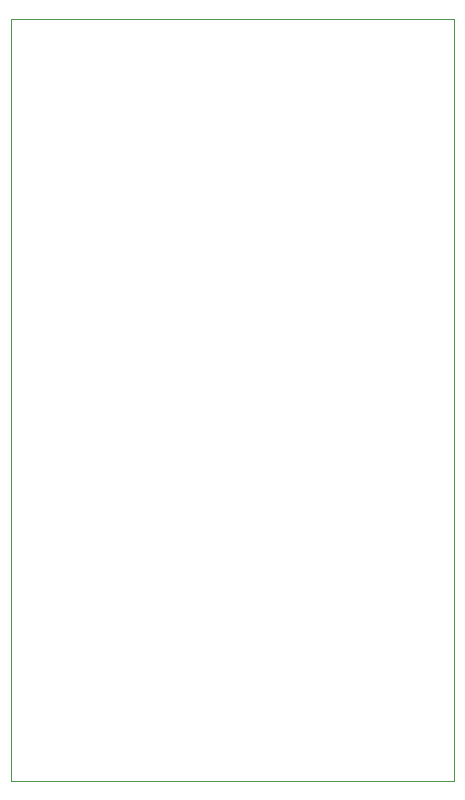
<source format=gbr>
G04 #@! TF.GenerationSoftware,KiCad,Pcbnew,8.0.7*
G04 #@! TF.CreationDate,2025-04-20T00:45:44-04:00*
G04 #@! TF.ProjectId,power_distribution_board,706f7765-725f-4646-9973-747269627574,1*
G04 #@! TF.SameCoordinates,Original*
G04 #@! TF.FileFunction,Profile,NP*
%FSLAX46Y46*%
G04 Gerber Fmt 4.6, Leading zero omitted, Abs format (unit mm)*
G04 Created by KiCad (PCBNEW 8.0.7) date 2025-04-20 00:45:44*
%MOMM*%
%LPD*%
G01*
G04 APERTURE LIST*
G04 #@! TA.AperFunction,Profile*
%ADD10C,0.038100*%
G04 #@! TD*
G04 APERTURE END LIST*
D10*
X165000000Y-22000000D02*
X165000000Y-86500000D01*
X127500000Y-86500000D02*
X127500000Y-22000000D01*
X127500000Y-22000000D02*
X165000000Y-22000000D01*
X165000000Y-86500000D02*
X127500000Y-86500000D01*
M02*

</source>
